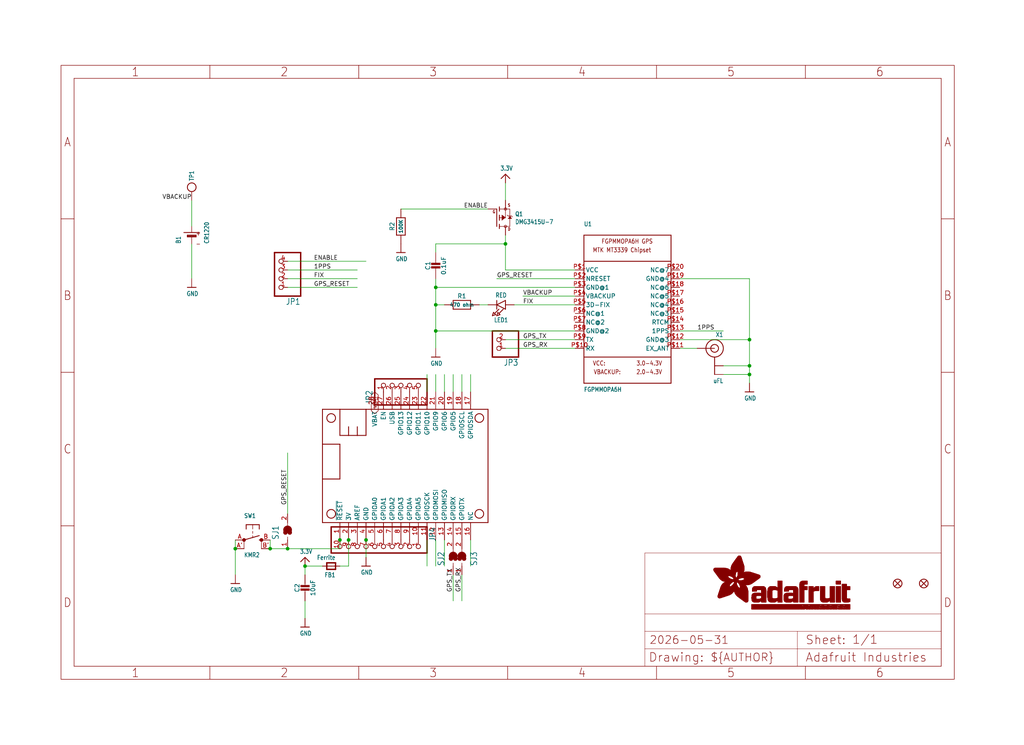
<source format=kicad_sch>
(kicad_sch (version 20230121) (generator eeschema)
  (paper "User" 298.45 217.322)
  (lib_symbols
    (symbol "working-eagle-import:3.3V" (power)
      (property "Value" "3.3V" (at -1.524 1.016 0))
      (symbol "3.3V_1_0"
        (pin power_in line (at 0 -2.54 90) (length 2.54) (name "3.3V") (number "1"))
      )
    )
    (symbol "working-eagle-import:ANTENNA_U.FL"
      (property "Reference" "X" (at -2.54 3.302 0))
      (symbol "ANTENNA_U.FL_1_0"
        (pin passive line (at -2.54 -5.08 0) (length 2.54) (name "GND@0") (number "1"))
        (pin passive line (at -2.54 -7.62 0) (length 2.54) (name "GND@1") (number "2"))
        (pin passive line (at 5.08 0 180) (length 5.08) (name "SIGNAL") (number "3"))
      )
    )
    (symbol "working-eagle-import:BATTERYCR1220_2"
      (property "Reference" "B" (at -2.54 3.175 0))
      (symbol "BATTERYCR1220_2_1_0"
        (text "+" (at 1.27 -1.143 900) (effects (font (size 1.27 1.0795)) (justify right top)))
        (text "-" (at -1.778 -1.143 900) (effects (font (size 1.27 1.0795)) (justify right top)))
        (pin passive line (at 2.54 0 180) (length 0) (name "+") (number "+"))
        (pin passive line (at -2.54 0 0) (length 0) (name "-") (number "-"))
      )
    )
    (symbol "working-eagle-import:CAP_CERAMIC0805-NOOUTLINE"
      (property "Reference" "C" (at -2.29 1.25 90))
      (symbol "CAP_CERAMIC0805-NOOUTLINE_1_0"
        (pin passive line (at 0 5.08 270) (length 2.54) (name "1") (number "1"))
        (pin passive line (at 0 -2.54 90) (length 2.54) (name "2") (number "2"))
      )
    )
    (symbol "working-eagle-import:FEATHERWING"
      (symbol "FEATHERWING_1_0"
        (pin input line (at 5.08 -5.08 90) (length 5.08) (name "~{RESET}") (number "1"))
        (pin bidirectional line (at 27.94 -5.08 90) (length 5.08) (name "GPIOA5") (number "10"))
        (pin bidirectional line (at 30.48 -5.08 90) (length 5.08) (name "GPIOSCK") (number "11"))
        (pin bidirectional line (at 33.02 -5.08 90) (length 5.08) (name "GPIOMOSI") (number "12"))
        (pin bidirectional line (at 35.56 -5.08 90) (length 5.08) (name "GPIOMISO") (number "13"))
        (pin bidirectional line (at 38.1 -5.08 90) (length 5.08) (name "GPIORX") (number "14"))
        (pin bidirectional line (at 40.64 -5.08 90) (length 5.08) (name "GPIOTX") (number "15"))
        (pin passive line (at 43.18 -5.08 90) (length 5.08) (name "NC") (number "16"))
        (pin bidirectional line (at 43.18 38.1 270) (length 5.08) (name "GPIOSDA") (number "17"))
        (pin bidirectional line (at 40.64 38.1 270) (length 5.08) (name "GPIOSCL") (number "18"))
        (pin bidirectional line (at 38.1 38.1 270) (length 5.08) (name "GPIO5") (number "19"))
        (pin power_in line (at 7.62 -5.08 90) (length 5.08) (name "3V") (number "2"))
        (pin bidirectional line (at 35.56 38.1 270) (length 5.08) (name "GPIO6") (number "20"))
        (pin bidirectional line (at 33.02 38.1 270) (length 5.08) (name "GPIO9") (number "21"))
        (pin bidirectional line (at 30.48 38.1 270) (length 5.08) (name "GPIO10") (number "22"))
        (pin bidirectional line (at 27.94 38.1 270) (length 5.08) (name "GPIO11") (number "23"))
        (pin bidirectional line (at 25.4 38.1 270) (length 5.08) (name "GPIO12") (number "24"))
        (pin bidirectional line (at 22.86 38.1 270) (length 5.08) (name "GPIO13") (number "25"))
        (pin power_in line (at 20.32 38.1 270) (length 5.08) (name "USB") (number "26"))
        (pin passive line (at 17.78 38.1 270) (length 5.08) (name "EN") (number "27"))
        (pin power_in line (at 15.24 38.1 270) (length 5.08) (name "VBAT") (number "28"))
        (pin passive line (at 10.16 -5.08 90) (length 5.08) (name "AREF") (number "3"))
        (pin power_in line (at 12.7 -5.08 90) (length 5.08) (name "GND") (number "4"))
        (pin bidirectional line (at 15.24 -5.08 90) (length 5.08) (name "GPIOA0") (number "5"))
        (pin bidirectional line (at 17.78 -5.08 90) (length 5.08) (name "GPIOA1") (number "6"))
        (pin bidirectional line (at 20.32 -5.08 90) (length 5.08) (name "GPIOA2") (number "7"))
        (pin bidirectional line (at 22.86 -5.08 90) (length 5.08) (name "GPIOA3") (number "8"))
        (pin bidirectional line (at 25.4 -5.08 90) (length 5.08) (name "GPIOA4") (number "9"))
      )
    )
    (symbol "working-eagle-import:FERRITE-0805NO"
      (property "Reference" "FB" (at -1.27 1.905 0))
      (symbol "FERRITE-0805NO_1_0"
        (pin passive line (at -2.54 0 0) (length 2.54) (name "P$1") (number "1"))
        (pin passive line (at 2.54 0 180) (length 2.54) (name "P$2") (number "2"))
      )
    )
    (symbol "working-eagle-import:FIDUCIAL{dblquote}{dblquote}")
    (symbol "working-eagle-import:FRAME_A4_ADAFRUIT"
      (symbol "FRAME_A4_ADAFRUIT_1_0"
        (text "${#}/${##}" (at 230.505 10.16 0) (effects (font (size 2.54 2.54)) (justify left bottom)))
        (text "${AUTHOR}" (at 189.23 5.08 0) (effects (font (size 2.286 2.286)) (justify left bottom)))
        (text "${CURRENT_DATE}" (at 171.45 10.16 0) (effects (font (size 2.286 2.286)) (justify left bottom)))
        (text "${PROJECTNAME}" (at 171.45 15.24 0) (effects (font (size 2.54 2.54)) (justify left bottom)))
        (text "1" (at 21.6958 1.905 0) (effects (font (size 2.54 2.286))))
        (text "1" (at 21.6958 177.165 0) (effects (font (size 2.54 2.286))))
        (text "2" (at 65.0875 1.905 0) (effects (font (size 2.54 2.286))))
        (text "2" (at 65.0875 177.165 0) (effects (font (size 2.54 2.286))))
        (text "3" (at 108.4792 1.905 0) (effects (font (size 2.54 2.286))))
        (text "3" (at 108.4792 177.165 0) (effects (font (size 2.54 2.286))))
        (text "4" (at 151.8708 1.905 0) (effects (font (size 2.54 2.286))))
        (text "4" (at 151.8708 177.165 0) (effects (font (size 2.54 2.286))))
        (text "5" (at 195.2625 1.905 0) (effects (font (size 2.54 2.286))))
        (text "5" (at 195.2625 177.165 0) (effects (font (size 2.54 2.286))))
        (text "6" (at 238.6542 1.905 0) (effects (font (size 2.54 2.286))))
        (text "6" (at 238.6542 177.165 0) (effects (font (size 2.54 2.286))))
        (text "A" (at 1.905 156.6863 0) (effects (font (size 2.54 2.286))))
        (text "A" (at 258.445 156.6863 0) (effects (font (size 2.54 2.286))))
        (text "Adafruit Industries" (at 216.916 4.953 0) (effects (font (size 2.54 2.54)) (justify left bottom)))
        (text "B" (at 1.905 111.9188 0) (effects (font (size 2.54 2.286))))
        (text "B" (at 258.445 111.9188 0) (effects (font (size 2.54 2.286))))
        (text "C" (at 1.905 67.1513 0) (effects (font (size 2.54 2.286))))
        (text "C" (at 258.445 67.1513 0) (effects (font (size 2.54 2.286))))
        (text "D" (at 1.905 22.3838 0) (effects (font (size 2.54 2.286))))
        (text "D" (at 258.445 22.3838 0) (effects (font (size 2.54 2.286))))
        (text "Drawing:" (at 171.196 4.953 0) (effects (font (size 2.54 2.54)) (justify left bottom)))
        (text "Sheet:" (at 216.916 10.033 0) (effects (font (size 2.54 2.54)) (justify left bottom)))
      )
    )
    (symbol "working-eagle-import:GND" (power)
      (property "Value" "GND" (at -1.524 -2.54 0))
      (symbol "GND_1_0"
        (pin power_in line (at 0 2.54 270) (length 2.54) (name "GND") (number "1"))
      )
    )
    (symbol "working-eagle-import:GPS_FGPMMOPA6H"
      (property "Reference" "U" (at -12.7 22.86 0))
      (symbol "GPS_FGPMMOPA6H_1_0"
        (text "2.0-4.3V" (at 2.54 -20.32 0) (effects (font (size 1.27 1.0795)) (justify left bottom)))
        (text "3.0-4.3V" (at 2.54 -17.78 0) (effects (font (size 1.27 1.0795)) (justify left bottom)))
        (text "FGPMMOPA6H GPS" (at -7.62 17.78 0) (effects (font (size 1.27 1.0795)) (justify left bottom)))
        (text "MTK MT3339 Chipset" (at -10.16 15.24 0) (effects (font (size 1.27 1.0795)) (justify left bottom)))
        (text "VBACKUP:" (at -9.906 -20.32 0) (effects (font (size 1.27 1.0795)) (justify left bottom)))
        (text "VCC:" (at -10.16 -17.78 0) (effects (font (size 1.27 1.0795)) (justify left bottom)))
        (pin bidirectional line (at -15.24 10.16 0) (length 2.54) (name "VCC") (number "P$1"))
        (pin bidirectional line (at -15.24 -12.7 0) (length 2.54) (name "RX") (number "P$10"))
        (pin bidirectional line (at 15.24 -12.7 180) (length 2.54) (name "EX_ANT") (number "P$11"))
        (pin bidirectional line (at 15.24 -10.16 180) (length 2.54) (name "GND@3") (number "P$12"))
        (pin bidirectional line (at 15.24 -7.62 180) (length 2.54) (name "1PPS") (number "P$13"))
        (pin bidirectional line (at 15.24 -5.08 180) (length 2.54) (name "RTCM") (number "P$14"))
        (pin bidirectional line (at 15.24 -2.54 180) (length 2.54) (name "NC@3") (number "P$15"))
        (pin bidirectional line (at 15.24 0 180) (length 2.54) (name "NC@4") (number "P$16"))
        (pin bidirectional line (at 15.24 2.54 180) (length 2.54) (name "NC@5") (number "P$17"))
        (pin bidirectional line (at 15.24 5.08 180) (length 2.54) (name "NC@6") (number "P$18"))
        (pin bidirectional line (at 15.24 7.62 180) (length 2.54) (name "GND@4") (number "P$19"))
        (pin bidirectional line (at -15.24 7.62 0) (length 2.54) (name "NRESET") (number "P$2"))
        (pin bidirectional line (at 15.24 10.16 180) (length 2.54) (name "NC@7") (number "P$20"))
        (pin bidirectional line (at -15.24 5.08 0) (length 2.54) (name "GND@1") (number "P$3"))
        (pin bidirectional line (at -15.24 2.54 0) (length 2.54) (name "VBACKUP") (number "P$4"))
        (pin bidirectional line (at -15.24 0 0) (length 2.54) (name "3D-FIX") (number "P$5"))
        (pin bidirectional line (at -15.24 -2.54 0) (length 2.54) (name "NC@1") (number "P$6"))
        (pin bidirectional line (at -15.24 -5.08 0) (length 2.54) (name "NC@2") (number "P$7"))
        (pin bidirectional line (at -15.24 -7.62 0) (length 2.54) (name "GND@2") (number "P$8"))
        (pin bidirectional line (at -15.24 -10.16 0) (length 2.54) (name "TX") (number "P$9"))
      )
    )
    (symbol "working-eagle-import:HEADER-1X10ROUND"
      (property "Reference" "JP" (at -6.35 13.335 0))
      (symbol "HEADER-1X10ROUND_1_0"
        (pin passive inverted (at -2.54 10.16 0) (length 2.54) (name "1") (number "1"))
        (pin passive inverted (at -2.54 -12.7 0) (length 2.54) (name "10") (number "10"))
        (pin passive inverted (at -2.54 7.62 0) (length 2.54) (name "2") (number "2"))
        (pin passive inverted (at -2.54 5.08 0) (length 2.54) (name "3") (number "3"))
        (pin passive inverted (at -2.54 2.54 0) (length 2.54) (name "4") (number "4"))
        (pin passive inverted (at -2.54 0 0) (length 2.54) (name "5") (number "5"))
        (pin passive inverted (at -2.54 -2.54 0) (length 2.54) (name "6") (number "6"))
        (pin passive inverted (at -2.54 -5.08 0) (length 2.54) (name "7") (number "7"))
        (pin passive inverted (at -2.54 -7.62 0) (length 2.54) (name "8") (number "8"))
        (pin passive inverted (at -2.54 -10.16 0) (length 2.54) (name "9") (number "9"))
      )
    )
    (symbol "working-eagle-import:HEADER-1X2ROUND"
      (property "Reference" "JP" (at -6.35 5.715 0))
      (symbol "HEADER-1X2ROUND_1_0"
        (pin passive inverted (at -2.54 2.54 0) (length 2.54) (name "1") (number "1"))
        (pin passive inverted (at -2.54 0 0) (length 2.54) (name "2") (number "2"))
      )
    )
    (symbol "working-eagle-import:HEADER-1X4ROUND"
      (property "Reference" "JP" (at -6.35 8.255 0))
      (symbol "HEADER-1X4ROUND_1_0"
        (pin passive inverted (at -2.54 5.08 0) (length 2.54) (name "1") (number "1"))
        (pin passive inverted (at -2.54 2.54 0) (length 2.54) (name "2") (number "2"))
        (pin passive inverted (at -2.54 0 0) (length 2.54) (name "3") (number "3"))
        (pin passive inverted (at -2.54 -2.54 0) (length 2.54) (name "4") (number "4"))
      )
    )
    (symbol "working-eagle-import:HEADER-1X570MIL"
      (property "Reference" "JP" (at -6.35 8.255 0))
      (symbol "HEADER-1X570MIL_1_0"
        (pin passive inverted (at -2.54 5.08 0) (length 2.54) (name "1") (number "1"))
        (pin passive inverted (at -2.54 2.54 0) (length 2.54) (name "2") (number "2"))
        (pin passive inverted (at -2.54 0 0) (length 2.54) (name "3") (number "3"))
        (pin passive inverted (at -2.54 -2.54 0) (length 2.54) (name "4") (number "4"))
        (pin passive inverted (at -2.54 -5.08 0) (length 2.54) (name "5") (number "5"))
      )
    )
    (symbol "working-eagle-import:LED0805_NOOUTLINE"
      (property "Reference" "D" (at -1.27 4.445 0))
      (symbol "LED0805_NOOUTLINE_1_0"
        (pin passive line (at -5.08 0 0) (length 2.54) (name "A") (number "A"))
        (pin passive line (at 2.54 0 180) (length 2.54) (name "C") (number "C"))
      )
    )
    (symbol "working-eagle-import:MOSFET-PWIDE"
      (property "Reference" "Q" (at 2.794 0.381 0))
      (symbol "MOSFET-PWIDE_1_0"
        (text "D" (at 0.635 -3.81 0) (effects (font (size 0.8128 0.6908)) (justify left bottom)))
        (text "G" (at -3.81 1.27 0) (effects (font (size 0.8128 0.6908)) (justify left bottom)))
        (text "S" (at 0.635 3.175 0) (effects (font (size 0.8128 0.6908)) (justify left bottom)))
        (pin passive line (at -5.08 2.54 0) (length 2.54) (name "G") (number "1"))
        (pin passive line (at 0 5.08 270) (length 2.54) (name "S") (number "2"))
        (pin passive line (at 0 -5.08 90) (length 2.54) (name "D") (number "3"))
      )
    )
    (symbol "working-eagle-import:RESISTOR0805_NOOUTLINE"
      (property "Reference" "R" (at 0 2.54 0))
      (symbol "RESISTOR0805_NOOUTLINE_1_0"
        (pin passive line (at -5.08 0 0) (length 2.54) (name "1") (number "1"))
        (pin passive line (at 5.08 0 180) (length 2.54) (name "2") (number "2"))
      )
    )
    (symbol "working-eagle-import:SOLDERJUMPER"
      (property "Reference" "SJ" (at -2.54 2.54 0))
      (symbol "SOLDERJUMPER_1_0"
        (pin passive line (at -5.08 0 0) (length 2.54) (name "1") (number "1"))
        (pin passive line (at 5.08 0 180) (length 2.54) (name "2") (number "2"))
      )
    )
    (symbol "working-eagle-import:SOLDERJUMPERCLOSED"
      (property "Reference" "SJ" (at -2.54 2.54 0))
      (symbol "SOLDERJUMPERCLOSED_1_0"
        (pin passive line (at -5.08 0 0) (length 2.54) (name "1") (number "1"))
        (pin passive line (at 5.08 0 180) (length 2.54) (name "2") (number "2"))
      )
    )
    (symbol "working-eagle-import:SWITCH_TACT_SMT4.6X2.8"
      (property "Reference" "SW" (at -2.54 6.35 0))
      (symbol "SWITCH_TACT_SMT4.6X2.8_1_0"
        (pin passive line (at -5.08 0 0) (length 2.54) (name "P") (number "A"))
        (pin passive line (at -5.08 -2.54 0) (length 2.54) (name "P1") (number "A'"))
        (pin passive line (at 5.08 0 180) (length 2.54) (name "S") (number "B"))
        (pin passive line (at 5.08 -2.54 180) (length 2.54) (name "S1") (number "B'"))
      )
    )
    (symbol "working-eagle-import:TESTPOINTROUND1.5MM"
      (property "Reference" "TP" (at 0 5.588 90))
      (symbol "TESTPOINTROUND1.5MM_1_0"
        (pin bidirectional line (at 0 0 90) (length 2.54) (name "P$1") (number "P$1"))
      )
    )
  )
  (junction (at 127 88.9))
  (junction (at 218.44 106.68))
  (junction (at 218.44 99.06))
  (junction (at 88.9 165.1))
  (junction (at 101.6 157.48))
  (junction (at 127 96.52))
  (junction (at 218.44 109.22))
  (junction (at 83.82 160.02))
  (junction (at 106.68 157.48))
  (junction (at 127 83.82))
  (junction (at 99.06 157.48))
  (junction (at 68.58 160.02))
  (junction (at 147.32 71.12))
  (junction (at 78.74 160.02))
  (wire (pts (xy 129.54 157.48) (xy 129.54 165.1)) (stroke (width 0.1524)))
  (wire (pts (xy 198.12 101.6) (xy 203.2 101.6)) (stroke (width 0.1524)))
  (wire (pts (xy 198.12 99.06) (xy 218.44 99.06)) (stroke (width 0.1524)))
  (wire (pts (xy 134.62 167.64) (xy 134.62 175.26)) (stroke (width 0.1524)))
  (wire (pts (xy 88.9 175.26) (xy 88.9 180.34)) (stroke (width 0.1524)))
  (wire (pts (xy 106.68 162.56) (xy 106.68 157.48)) (stroke (width 0.1524)))
  (wire (pts (xy 218.44 109.22) (xy 218.44 111.76)) (stroke (width 0.1524)))
  (wire (pts (xy 68.58 160.02) (xy 68.58 167.64)) (stroke (width 0.1524)))
  (wire (pts (xy 83.82 81.28) (xy 104.14 81.28)) (stroke (width 0.1524)))
  (wire (pts (xy 78.74 157.48) (xy 78.74 160.02)) (stroke (width 0.1524)))
  (wire (pts (xy 83.82 149.86) (xy 83.82 132.08)) (stroke (width 0.1524)))
  (wire (pts (xy 147.32 68.58) (xy 147.32 71.12)) (stroke (width 0.1524)))
  (wire (pts (xy 124.46 109.22) (xy 124.46 114.3)) (stroke (width 0.1524)))
  (wire (pts (xy 210.82 106.68) (xy 218.44 106.68)) (stroke (width 0.1524)))
  (wire (pts (xy 132.08 109.22) (xy 132.08 114.3)) (stroke (width 0.1524)))
  (wire (pts (xy 167.64 83.82) (xy 127 83.82)) (stroke (width 0.1524)))
  (wire (pts (xy 101.6 165.1) (xy 99.06 165.1)) (stroke (width 0.1524)))
  (wire (pts (xy 124.46 157.48) (xy 124.46 165.1)) (stroke (width 0.1524)))
  (wire (pts (xy 198.12 96.52) (xy 210.82 96.52)) (stroke (width 0.1524)))
  (wire (pts (xy 132.08 167.64) (xy 132.08 175.26)) (stroke (width 0.1524)))
  (wire (pts (xy 147.32 71.12) (xy 147.32 78.74)) (stroke (width 0.1524)))
  (wire (pts (xy 127 71.12) (xy 147.32 71.12)) (stroke (width 0.1524)))
  (wire (pts (xy 167.64 99.06) (xy 147.32 99.06)) (stroke (width 0.1524)))
  (wire (pts (xy 137.16 109.22) (xy 137.16 114.3)) (stroke (width 0.1524)))
  (wire (pts (xy 218.44 106.68) (xy 218.44 109.22)) (stroke (width 0.1524)))
  (wire (pts (xy 167.64 101.6) (xy 147.32 101.6)) (stroke (width 0.1524)))
  (wire (pts (xy 167.64 88.9) (xy 149.86 88.9)) (stroke (width 0.1524)))
  (wire (pts (xy 134.62 109.22) (xy 134.62 114.3)) (stroke (width 0.1524)))
  (wire (pts (xy 93.98 165.1) (xy 88.9 165.1)) (stroke (width 0.1524)))
  (wire (pts (xy 218.44 81.28) (xy 218.44 99.06)) (stroke (width 0.1524)))
  (wire (pts (xy 83.82 160.02) (xy 99.06 160.02)) (stroke (width 0.1524)))
  (wire (pts (xy 210.82 109.22) (xy 218.44 109.22)) (stroke (width 0.1524)))
  (wire (pts (xy 127 109.22) (xy 127 114.3)) (stroke (width 0.1524)))
  (wire (pts (xy 127 73.66) (xy 127 71.12)) (stroke (width 0.1524)))
  (wire (pts (xy 127 157.48) (xy 127 165.1)) (stroke (width 0.1524)))
  (wire (pts (xy 137.16 157.48) (xy 137.16 165.1)) (stroke (width 0.1524)))
  (wire (pts (xy 127 96.52) (xy 127 101.6)) (stroke (width 0.1524)))
  (wire (pts (xy 55.88 66.04) (xy 55.88 58.42)) (stroke (width 0.1524)))
  (wire (pts (xy 198.12 81.28) (xy 218.44 81.28)) (stroke (width 0.1524)))
  (wire (pts (xy 167.64 96.52) (xy 127 96.52)) (stroke (width 0.1524)))
  (wire (pts (xy 167.64 86.36) (xy 152.4 86.36)) (stroke (width 0.1524)))
  (wire (pts (xy 142.24 60.96) (xy 116.84 60.96)) (stroke (width 0.1524)))
  (wire (pts (xy 101.6 157.48) (xy 101.6 165.1)) (stroke (width 0.1524)))
  (wire (pts (xy 167.64 78.74) (xy 147.32 78.74)) (stroke (width 0.1524)))
  (wire (pts (xy 83.82 78.74) (xy 104.14 78.74)) (stroke (width 0.1524)))
  (wire (pts (xy 99.06 160.02) (xy 99.06 157.48)) (stroke (width 0.1524)))
  (wire (pts (xy 142.24 88.9) (xy 139.7 88.9)) (stroke (width 0.1524)))
  (wire (pts (xy 167.64 81.28) (xy 144.78 81.28)) (stroke (width 0.1524)))
  (wire (pts (xy 147.32 53.34) (xy 147.32 58.42)) (stroke (width 0.1524)))
  (wire (pts (xy 127 81.28) (xy 127 83.82)) (stroke (width 0.1524)))
  (wire (pts (xy 127 83.82) (xy 127 88.9)) (stroke (width 0.1524)))
  (wire (pts (xy 104.14 83.82) (xy 83.82 83.82)) (stroke (width 0.1524)))
  (wire (pts (xy 68.58 157.48) (xy 68.58 160.02)) (stroke (width 0.1524)))
  (wire (pts (xy 218.44 99.06) (xy 218.44 106.68)) (stroke (width 0.1524)))
  (wire (pts (xy 83.82 76.2) (xy 106.68 76.2)) (stroke (width 0.1524)))
  (wire (pts (xy 88.9 165.1) (xy 88.9 167.64)) (stroke (width 0.1524)))
  (wire (pts (xy 78.74 160.02) (xy 83.82 160.02)) (stroke (width 0.1524)))
  (wire (pts (xy 129.54 109.22) (xy 129.54 114.3)) (stroke (width 0.1524)))
  (wire (pts (xy 127 88.9) (xy 127 96.52)) (stroke (width 0.1524)))
  (wire (pts (xy 55.88 71.12) (xy 55.88 81.28)) (stroke (width 0.1524)))
  (wire (pts (xy 129.54 88.9) (xy 127 88.9)) (stroke (width 0.1524)))
  (label "ENABLE" (at 142.24 60.96 180) (effects (font (size 1.2446 1.2446))))
  (label "FIX" (at 91.44 81.28 0) (effects (font (size 1.2446 1.2446))))
  (label "GPS_RX" (at 134.62 172.72 90) (effects (font (size 1.2446 1.2446))))
  (label "FIX" (at 152.4 88.9 0) (effects (font (size 1.2446 1.2446))))
  (label "VBACKUP" (at 152.4 86.36 0) (effects (font (size 1.2446 1.2446))))
  (label "GPS_RESET" (at 144.78 81.28 0) (effects (font (size 1.2446 1.2446))))
  (label "GPS_RESET" (at 83.82 147.32 90) (effects (font (size 1.2446 1.2446))))
  (label "GPS_TX" (at 152.4 99.06 0) (effects (font (size 1.2446 1.2446))))
  (label "1PPS" (at 91.44 78.74 0) (effects (font (size 1.2446 1.2446))))
  (label "GPS_RX" (at 152.4 101.6 0) (effects (font (size 1.2446 1.2446))))
  (label "1PPS" (at 203.2 96.52 0) (effects (font (size 1.2446 1.2446))))
  (label "ENABLE" (at 91.44 76.2 0) (effects (font (size 1.2446 1.2446))))
  (label "GPS_TX" (at 132.08 172.72 90) (effects (font (size 1.2446 1.2446))))
  (label "VBACKUP" (at 55.88 58.42 180) (effects (font (size 1.2446 1.2446))))
  (label "GPS_RESET" (at 91.44 83.82 0) (effects (font (size 1.2446 1.2446))))
  (global_label "VBAT" (shape bidirectional) (at 109.22 114.3 270) (effects (font (size 1.016 1.016))) (property "Intersheetrefs" "${INTERSHEET_REFS}" (effects hide)))
  (symbol (lib_id "working-eagle-import:RESISTOR0805_NOOUTLINE") (at 134.62 88.9 0) (unit 1)
    (property "Reference" "R1" (at 134.62 86.36 0))
    (property "Value" "470 ohm" (at 134.62 88.9 0) (effects (font (size 1.016 1.016) bold)))
    (property "Footprint" "working:0805-NO" (effects hide))
  )
  (symbol (lib_id "working-eagle-import:TESTPOINTROUND1.5MM") (at 55.88 58.42 0) (unit 1)
    (property "Reference" "TP1" (at 55.88 52.832 90) (effects (font (size 1.27 1.0795)) (justify left)))
    (property "Value" "TESTPOINTROUND1.5MM" (effects hide))
    (property "Footprint" "working:TESTPOINT_ROUND_1.5MM" (effects hide))
  )
  (symbol (lib_id "working-eagle-import:GND") (at 68.58 170.18 0) (unit 1)
    (property "Reference" "#U$6" (effects hide))
    (property "Value" "GND" (at 67.056 172.72 0) (effects (font (size 1.27 1.0795)) (justify left bottom)))
  )
  (symbol (lib_id "working-eagle-import:HEADER-1X570MIL") (at 116.84 111.76 90) (unit 1)
    (property "Reference" "JP2" (at 108.585 118.11 0) (effects (font (size 1.778 1.5113)) (justify left bottom)))
    (property "Value" "HEADER-1X570MIL" (effects hide))
    (property "Footprint" "working:1X05_ROUND_70" (effects hide))
  )
  (symbol (lib_id "working-eagle-import:3.3V") (at 88.9 162.56 0) (unit 1)
    (property "Reference" "#U$3" (effects hide))
    (property "Value" "3.3V" (at 87.376 161.544 0) (effects (font (size 1.27 1.0795)) (justify left bottom)))
  )
  (symbol (lib_id "working-eagle-import:HEADER-1X2ROUND") (at 144.78 99.06 180) (unit 1)
    (property "Reference" "JP3" (at 151.13 104.775 0) (effects (font (size 1.778 1.5113)) (justify left bottom)))
    (property "Value" "HEADER-1X2ROUND" (effects hide))
    (property "Footprint" "working:1X02_ROUND" (effects hide))
  )
  (symbol (lib_id "working-eagle-import:GND") (at 116.84 73.66 0) (unit 1)
    (property "Reference" "#U$7" (effects hide))
    (property "Value" "GND" (at 115.316 76.2 0) (effects (font (size 1.27 1.0795)) (justify left bottom)))
  )
  (symbol (lib_id "working-eagle-import:GND") (at 88.9 182.88 0) (unit 1)
    (property "Reference" "#U$5" (effects hide))
    (property "Value" "GND" (at 87.376 185.42 0) (effects (font (size 1.27 1.0795)) (justify left bottom)))
  )
  (symbol (lib_id "working-eagle-import:HEADER-1X4ROUND") (at 81.28 78.74 180) (unit 1)
    (property "Reference" "JP1" (at 87.63 86.995 0) (effects (font (size 1.778 1.5113)) (justify left bottom)))
    (property "Value" "HEADER-1X4ROUND" (effects hide))
    (property "Footprint" "working:1X04_ROUND" (effects hide))
  )
  (symbol (lib_id "working-eagle-import:CAP_CERAMIC0805-NOOUTLINE") (at 88.9 172.72 0) (unit 1)
    (property "Reference" "C2" (at 86.61 171.47 90))
    (property "Value" "10uF" (at 91.2 171.47 90))
    (property "Footprint" "working:0805-NO" (effects hide))
  )
  (symbol (lib_id "working-eagle-import:FIDUCIAL{dblquote}{dblquote}") (at 261.62 170.18 0) (unit 1)
    (property "Reference" "FID2" (effects hide))
    (property "Value" "FIDUCIAL{dblquote}{dblquote}" (effects hide))
    (property "Footprint" "working:FIDUCIAL_1MM" (effects hide))
  )
  (symbol (lib_id "working-eagle-import:GND") (at 106.68 165.1 0) (unit 1)
    (property "Reference" "#U$8" (effects hide))
    (property "Value" "GND" (at 105.156 167.64 0) (effects (font (size 1.27 1.0795)) (justify left bottom)))
  )
  (symbol (lib_id "working-eagle-import:GND") (at 127 104.14 0) (unit 1)
    (property "Reference" "#U$2" (effects hide))
    (property "Value" "GND" (at 125.476 106.68 0) (effects (font (size 1.27 1.0795)) (justify left bottom)))
  )
  (symbol (lib_id "working-eagle-import:FRAME_A4_ADAFRUIT") (at 17.78 198.12 0) (unit 1)
    (property "Reference" "#U$1" (effects hide))
    (property "Value" "FRAME_A4_ADAFRUIT" (effects hide))
  )
  (symbol (lib_id "working-eagle-import:SOLDERJUMPERCLOSED") (at 132.08 162.56 90) (unit 1)
    (property "Reference" "SJ2" (at 129.54 165.1 0) (effects (font (size 1.778 1.5113)) (justify left bottom)))
    (property "Value" "SOLDERJUMPERCLOSED" (effects hide))
    (property "Footprint" "working:SOLDERJUMPER_CLOSEDWIRE" (effects hide))
  )
  (symbol (lib_id "working-eagle-import:LED0805_NOOUTLINE") (at 144.78 88.9 180) (unit 1)
    (property "Reference" "LED1" (at 146.05 93.345 0) (effects (font (size 1.27 1.0795))))
    (property "Value" "RED" (at 146.05 86.106 0) (effects (font (size 1.27 1.0795))))
    (property "Footprint" "working:CHIPLED_0805_NOOUTLINE" (effects hide))
  )
  (symbol (lib_id "working-eagle-import:CAP_CERAMIC0805-NOOUTLINE") (at 127 78.74 0) (unit 1)
    (property "Reference" "C1" (at 124.71 77.49 90))
    (property "Value" "0.1uF" (at 129.3 77.49 90))
    (property "Footprint" "working:0805-NO" (effects hide))
  )
  (symbol (lib_id "working-eagle-import:FIDUCIAL{dblquote}{dblquote}") (at 269.24 170.18 0) (unit 1)
    (property "Reference" "FID1" (effects hide))
    (property "Value" "FIDUCIAL{dblquote}{dblquote}" (effects hide))
    (property "Footprint" "working:FIDUCIAL_1MM" (effects hide))
  )
  (symbol (lib_id "working-eagle-import:GND") (at 55.88 83.82 0) (unit 1)
    (property "Reference" "#U$14" (effects hide))
    (property "Value" "GND" (at 54.356 86.36 0) (effects (font (size 1.27 1.0795)) (justify left bottom)))
  )
  (symbol (lib_id "working-eagle-import:SOLDERJUMPER") (at 83.82 154.94 90) (unit 1)
    (property "Reference" "SJ1" (at 81.28 157.48 0) (effects (font (size 1.778 1.5113)) (justify left bottom)))
    (property "Value" "SOLDERJUMPER" (effects hide))
    (property "Footprint" "working:SOLDERJUMPER_ARROW_NOPASTE" (effects hide))
  )
  (symbol (lib_id "working-eagle-import:GPS_FGPMMOPA6H") (at 182.88 88.9 0) (unit 1)
    (property "Reference" "U1" (at 170.18 66.04 0) (effects (font (size 1.27 1.0795)) (justify left bottom)))
    (property "Value" "FGPMMOPA6H" (at 170.18 114.3 0) (effects (font (size 1.27 1.0795)) (justify left bottom)))
    (property "Footprint" "working:FGPMMOPA6H" (effects hide))
  )
  (symbol (lib_id "working-eagle-import:GND") (at 218.44 114.3 0) (unit 1)
    (property "Reference" "#U$19" (effects hide))
    (property "Value" "GND" (at 216.916 116.84 0) (effects (font (size 1.27 1.0795)) (justify left bottom)))
  )
  (symbol (lib_id "working-eagle-import:SOLDERJUMPERCLOSED") (at 134.62 162.56 270) (mirror x) (unit 1)
    (property "Reference" "SJ3" (at 137.16 165.1 0) (effects (font (size 1.778 1.5113)) (justify left bottom)))
    (property "Value" "SOLDERJUMPERCLOSED" (effects hide))
    (property "Footprint" "working:SOLDERJUMPER_CLOSEDWIRE" (effects hide))
  )
  (symbol (lib_id "working-eagle-import:BATTERYCR1220_2") (at 55.88 68.58 90) (unit 1)
    (property "Reference" "B1" (at 52.705 71.12 0) (effects (font (size 1.27 1.0795)) (justify left bottom)))
    (property "Value" "CR1220" (at 60.96 71.12 0) (effects (font (size 1.27 1.0795)) (justify left bottom)))
    (property "Footprint" "working:CR1220-2" (effects hide))
  )
  (symbol (lib_id "working-eagle-import:MOSFET-PWIDE") (at 147.32 63.5 0) (unit 1)
    (property "Reference" "Q1" (at 150.114 63.119 0) (effects (font (size 1.27 1.0795)) (justify left bottom)))
    (property "Value" "DMG3415U-7 " (at 150.114 65.405 0) (effects (font (size 1.27 1.0795)) (justify left bottom)))
    (property "Footprint" "working:SOT23-WIDE" (effects hide))
  )
  (symbol (lib_id "working-eagle-import:HEADER-1X10ROUND") (at 111.76 160.02 270) (unit 1)
    (property "Reference" "JP4" (at 125.095 153.67 0) (effects (font (size 1.778 1.5113)) (justify left bottom)))
    (property "Value" "HEADER-1X10ROUND" (effects hide))
    (property "Footprint" "working:1X10_ROUND" (effects hide))
  )
  (symbol (lib_id "working-eagle-import:RESISTOR0805_NOOUTLINE") (at 116.84 66.04 90) (unit 1)
    (property "Reference" "R2" (at 114.3 66.04 0))
    (property "Value" "100K" (at 116.84 66.04 0) (effects (font (size 1.016 1.016) bold)))
    (property "Footprint" "working:0805-NO" (effects hide))
  )
  (symbol (lib_id "working-eagle-import:SWITCH_TACT_SMT4.6X2.8") (at 73.66 157.48 0) (unit 1)
    (property "Reference" "SW1" (at 71.12 151.13 0) (effects (font (size 1.27 1.0795)) (justify left bottom)))
    (property "Value" "KMR2" (at 71.12 162.56 0) (effects (font (size 1.27 1.0795)) (justify left bottom)))
    (property "Footprint" "working:BTN_KMR2_4.6X2.8" (effects hide))
  )
  (symbol (lib_id "working-eagle-import:FERRITE-0805NO") (at 96.52 165.1 180) (unit 1)
    (property "Reference" "FB1" (at 97.79 167.005 0) (effects (font (size 1.27 1.0795)) (justify left bottom)))
    (property "Value" "Ferrite" (at 97.79 161.925 0) (effects (font (size 1.27 1.0795)) (justify left bottom)))
    (property "Footprint" "working:0805-NO" (effects hide))
  )
  (symbol (lib_id "working-eagle-import:FEATHERWING") (at 93.98 152.4 0) (unit 1)
    (property "Reference" "MS1" (effects hide))
    (property "Value" "FEATHERWING" (effects hide))
    (property "Footprint" "working:FEATHERWING" (effects hide))
  )
  (symbol (lib_id "working-eagle-import:ANTENNA_U.FL") (at 208.28 101.6 0) (mirror y) (unit 1)
    (property "Reference" "X1" (at 210.82 98.298 0) (effects (font (size 1.27 1.0795)) (justify left bottom)))
    (property "Value" "uFL" (at 210.82 111.76 0) (effects (font (size 1.27 1.0795)) (justify left bottom)))
    (property "Footprint" "working:U.FL" (effects hide))
  )
  (symbol (lib_id "working-eagle-import:3.3V") (at 147.32 50.8 0) (unit 1)
    (property "Reference" "#U$4" (effects hide))
    (property "Value" "3.3V" (at 145.796 49.784 0) (effects (font (size 1.27 1.0795)) (justify left bottom)))
  )
)
</source>
